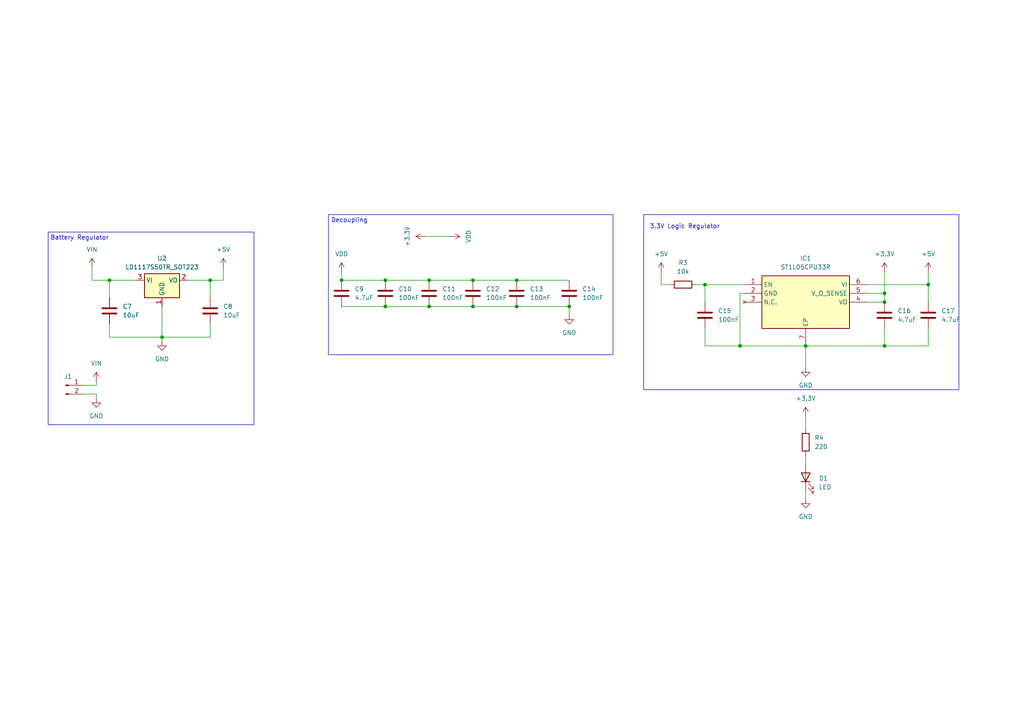
<source format=kicad_sch>
(kicad_sch (version 20231120) (generator "eeschema") (generator_version "8.0")
  (paper "A4")
  (lib_symbols
    (symbol "Connector:Conn_01x02_Pin" (pin_names (offset 1.016) hide)
      (property "Reference" "J" (at 0 2.54 0))
      (property "Value" "Conn_01x02_Pin" (at 0 -5.08 0))
      (symbol "Conn_01x02_Pin_1_1"
        (polyline (pts (xy 1.27 -2.54) (xy 0.8636 -2.54)) (stroke (width 0.1524)))
        (polyline (pts (xy 1.27 0) (xy 0.8636 0)) (stroke (width 0.1524)))
        (rectangle (start 0.8636 -2.413) (end 0 -2.667) (stroke (width 0.1524)) (fill (type outline)))
        (rectangle (start 0.8636 0.127) (end 0 -0.127) (stroke (width 0.1524)) (fill (type outline)))
        (pin passive line (at 5.08 0 180) (length 3.81) (name "Pin_1") (number "1"))
        (pin passive line (at 5.08 -2.54 180) (length 3.81) (name "Pin_2") (number "2"))
      )
    )
    (symbol "Device:C" (pin_numbers hide) (pin_names (offset 0.254))
      (property "Reference" "C" (at 0.635 2.54 0))
      (property "Value" "C" (at 0.635 -2.54 0))
      (symbol "C_0_1"
        (polyline (pts (xy -2.032 -0.762) (xy 2.032 -0.762)) (stroke (width 0.508)))
        (polyline (pts (xy -2.032 0.762) (xy 2.032 0.762)) (stroke (width 0.508)))
      )
      (symbol "C_1_1"
        (pin passive line (at 0 3.81 270) (length 2.794) (name "~") (number "1"))
        (pin passive line (at 0 -3.81 90) (length 2.794) (name "~") (number "2"))
      )
    )
    (symbol "Device:LED" (pin_numbers hide) (pin_names (offset 1.016) hide)
      (property "Reference" "D" (at 0 2.54 0))
      (property "Value" "LED" (at 0 -2.54 0))
      (symbol "LED_0_1"
        (polyline (pts (xy -1.27 -1.27) (xy -1.27 1.27)) (stroke (width 0.254)))
        (polyline (pts (xy -1.27 0) (xy 1.27 0)))
        (polyline (pts (xy 1.27 -1.27) (xy 1.27 1.27) (xy -1.27 0) (xy 1.27 -1.27)) (stroke (width 0.254)))
        (polyline (pts (xy -3.048 -0.762) (xy -4.572 -2.286) (xy -3.81 -2.286) (xy -4.572 -2.286) (xy -4.572 -1.524)))
        (polyline (pts (xy -1.778 -0.762) (xy -3.302 -2.286) (xy -2.54 -2.286) (xy -3.302 -2.286) (xy -3.302 -1.524)))
      )
      (symbol "LED_1_1"
        (pin passive line (at -3.81 0 0) (length 2.54) (name "K") (number "1"))
        (pin passive line (at 3.81 0 180) (length 2.54) (name "A") (number "2"))
      )
    )
    (symbol "Device:R" (pin_numbers hide) (pin_names (offset 0))
      (property "Reference" "R" (at 2.032 0 90))
      (property "Value" "R" (at 0 0 90))
      (symbol "R_0_1"
        (rectangle (start -1.016 -2.54) (end 1.016 2.54) (stroke (width 0.254)))
      )
      (symbol "R_1_1"
        (pin passive line (at 0 3.81 270) (length 1.27) (name "~") (number "1"))
        (pin passive line (at 0 -3.81 90) (length 1.27) (name "~") (number "2"))
      )
    )
    (symbol "Regulator_Linear:LD1117S50TR_SOT223"
      (property "Reference" "U" (at -3.81 3.175 0))
      (property "Value" "LD1117S50TR_SOT223" (at 0 3.175 0))
      (symbol "LD1117S50TR_SOT223_0_1"
        (rectangle (start -5.08 -5.08) (end 5.08 1.905) (stroke (width 0.254)) (fill (type background)))
      )
      (symbol "LD1117S50TR_SOT223_1_1"
        (pin power_in line (at 0 -7.62 90) (length 2.54) (name "GND") (number "1"))
        (pin power_out line (at 7.62 0 180) (length 2.54) (name "VO") (number "2"))
        (pin power_in line (at -7.62 0 0) (length 2.54) (name "VI") (number "3"))
      )
    )
    (symbol "VanguardLib:ST1L05CPU33R"
      (property "Reference" "IC" (at 31.75 7.62 0))
      (property "Value" "ST1L05CPU33R" (at 31.75 5.08 0))
      (symbol "ST1L05CPU33R_1_1"
        (rectangle (start 5.08 2.54) (end 30.48 -12.7) (stroke (width 0.254)) (fill (type background)))
        (pin passive line (at 0 0 0) (length 5.08) (name "EN") (number "1"))
        (pin passive line (at 0 -2.54 0) (length 5.08) (name "GND") (number "2"))
        (pin no_connect line (at 0 -5.08 0) (length 5.08) (name "N.C.") (number "3"))
        (pin passive line (at 35.56 -5.08 180) (length 5.08) (name "VO") (number "4"))
        (pin passive line (at 35.56 -2.54 180) (length 5.08) (name "V_O_SENSE") (number "5"))
        (pin passive line (at 35.56 0 180) (length 5.08) (name "VI") (number "6"))
        (pin passive line (at 17.78 -17.78 90) (length 5.08) (name "EP") (number "7"))
      )
    )
    (symbol "power:+10V" (power) (pin_numbers hide) (pin_names (offset 0) hide)
      (property "Value" "+10V" (at 0 3.556 0))
      (symbol "+10V_0_1"
        (polyline (pts (xy -0.762 1.27) (xy 0 2.54)))
        (polyline (pts (xy 0 0) (xy 0 2.54)))
        (polyline (pts (xy 0 2.54) (xy 0.762 1.27)))
      )
      (symbol "+10V_1_1"
        (pin power_in line (at 0 0 90) (length 0) (name "~") (number "1"))
      )
    )
    (symbol "power:+3.3V" (power) (pin_numbers hide) (pin_names (offset 0) hide)
      (property "Value" "+3.3V" (at 0 3.556 0))
      (symbol "+3.3V_0_1"
        (polyline (pts (xy -0.762 1.27) (xy 0 2.54)))
        (polyline (pts (xy 0 0) (xy 0 2.54)))
        (polyline (pts (xy 0 2.54) (xy 0.762 1.27)))
      )
      (symbol "+3.3V_1_1"
        (pin power_in line (at 0 0 90) (length 0) (name "~") (number "1"))
      )
    )
    (symbol "power:+5V" (power) (pin_numbers hide) (pin_names (offset 0) hide)
      (property "Value" "+5V" (at 0 3.556 0))
      (symbol "+5V_0_1"
        (polyline (pts (xy -0.762 1.27) (xy 0 2.54)))
        (polyline (pts (xy 0 0) (xy 0 2.54)))
        (polyline (pts (xy 0 2.54) (xy 0.762 1.27)))
      )
      (symbol "+5V_1_1"
        (pin power_in line (at 0 0 90) (length 0) (name "~") (number "1"))
      )
    )
    (symbol "power:GND" (power) (pin_numbers hide) (pin_names (offset 0) hide)
      (property "Value" "GND" (at 0 -3.81 0))
      (symbol "GND_0_1"
        (polyline (pts (xy 0 0) (xy 0 -1.27) (xy 1.27 -1.27) (xy 0 -2.54) (xy -1.27 -1.27) (xy 0 -1.27)))
      )
      (symbol "GND_1_1"
        (pin power_in line (at 0 0 270) (length 0) (name "~") (number "1"))
      )
    )
    (symbol "power:VDD" (power) (pin_numbers hide) (pin_names (offset 0) hide)
      (property "Value" "VDD" (at 0 3.556 0))
      (symbol "VDD_0_1"
        (polyline (pts (xy -0.762 1.27) (xy 0 2.54)))
        (polyline (pts (xy 0 0) (xy 0 2.54)))
        (polyline (pts (xy 0 2.54) (xy 0.762 1.27)))
      )
      (symbol "VDD_1_1"
        (pin power_in line (at 0 0 90) (length 0) (name "~") (number "1"))
      )
    )
  )
  (junction (at 31.75 81.28))
  (junction (at 256.54 85.09))
  (junction (at 124.46 88.9))
  (junction (at 46.99 97.79))
  (junction (at 111.76 81.28))
  (junction (at 149.86 81.28))
  (junction (at 60.96 81.28))
  (junction (at 214.63 100.33))
  (junction (at 137.16 88.9))
  (junction (at 256.54 87.63))
  (junction (at 149.86 88.9))
  (junction (at 137.16 81.28))
  (junction (at 124.46 81.28))
  (junction (at 204.47 82.55))
  (junction (at 269.24 82.55))
  (junction (at 165.1 88.9))
  (junction (at 111.76 88.9))
  (junction (at 99.06 81.28))
  (junction (at 233.68 100.33))
  (junction (at 256.54 100.33))
  (wire (pts (xy 233.68 144.78) (xy 233.68 142.24)))
  (wire (pts (xy 256.54 78.74) (xy 256.54 85.09)))
  (wire (pts (xy 124.46 81.28) (xy 137.16 81.28)))
  (wire (pts (xy 214.63 85.09) (xy 214.63 100.33)))
  (wire (pts (xy 191.77 78.74) (xy 191.77 82.55)))
  (wire (pts (xy 26.67 77.47) (xy 26.67 81.28)))
  (wire (pts (xy 256.54 87.63) (xy 256.54 85.09)))
  (wire (pts (xy 233.68 100.33) (xy 256.54 100.33)))
  (wire (pts (xy 31.75 97.79) (xy 46.99 97.79)))
  (wire (pts (xy 99.06 88.9) (xy 111.76 88.9)))
  (wire (pts (xy 137.16 88.9) (xy 149.86 88.9)))
  (wire (pts (xy 60.96 81.28) (xy 60.96 86.36)))
  (wire (pts (xy 60.96 97.79) (xy 60.96 93.98)))
  (wire (pts (xy 31.75 97.79) (xy 31.75 93.98)))
  (wire (pts (xy 60.96 81.28) (xy 64.77 81.28)))
  (wire (pts (xy 215.9 85.09) (xy 214.63 85.09)))
  (wire (pts (xy 204.47 100.33) (xy 214.63 100.33)))
  (wire (pts (xy 31.75 81.28) (xy 26.67 81.28)))
  (wire (pts (xy 137.16 81.28) (xy 149.86 81.28)))
  (wire (pts (xy 39.37 81.28) (xy 31.75 81.28)))
  (wire (pts (xy 165.1 88.9) (xy 165.1 91.44)))
  (wire (pts (xy 201.93 82.55) (xy 204.47 82.55)))
  (wire (pts (xy 27.94 114.3) (xy 27.94 115.57)))
  (wire (pts (xy 204.47 82.55) (xy 204.47 87.63)))
  (wire (pts (xy 124.46 88.9) (xy 137.16 88.9)))
  (wire (pts (xy 233.68 100.33) (xy 233.68 106.68)))
  (wire (pts (xy 24.13 111.76) (xy 27.94 111.76)))
  (wire (pts (xy 204.47 95.25) (xy 204.47 100.33)))
  (wire (pts (xy 269.24 78.74) (xy 269.24 82.55)))
  (wire (pts (xy 233.68 132.08) (xy 233.68 134.62)))
  (wire (pts (xy 204.47 82.55) (xy 215.9 82.55)))
  (wire (pts (xy 99.06 78.74) (xy 99.06 81.28)))
  (wire (pts (xy 149.86 81.28) (xy 165.1 81.28)))
  (wire (pts (xy 111.76 81.28) (xy 124.46 81.28)))
  (wire (pts (xy 251.46 85.09) (xy 256.54 85.09)))
  (wire (pts (xy 46.99 88.9) (xy 46.99 97.79)))
  (wire (pts (xy 64.77 77.47) (xy 64.77 81.28)))
  (wire (pts (xy 46.99 97.79) (xy 60.96 97.79)))
  (wire (pts (xy 46.99 99.06) (xy 46.99 97.79)))
  (wire (pts (xy 256.54 100.33) (xy 256.54 95.25)))
  (wire (pts (xy 269.24 87.63) (xy 269.24 82.55)))
  (wire (pts (xy 269.24 95.25) (xy 269.24 100.33)))
  (wire (pts (xy 149.86 88.9) (xy 165.1 88.9)))
  (wire (pts (xy 99.06 81.28) (xy 111.76 81.28)))
  (wire (pts (xy 214.63 100.33) (xy 233.68 100.33)))
  (wire (pts (xy 54.61 81.28) (xy 60.96 81.28)))
  (wire (pts (xy 191.77 82.55) (xy 194.31 82.55)))
  (wire (pts (xy 27.94 110.49) (xy 27.94 111.76)))
  (wire (pts (xy 31.75 81.28) (xy 31.75 86.36)))
  (wire (pts (xy 123.19 68.58) (xy 130.81 68.58)))
  (wire (pts (xy 269.24 100.33) (xy 256.54 100.33)))
  (wire (pts (xy 111.76 88.9) (xy 124.46 88.9)))
  (wire (pts (xy 24.13 114.3) (xy 27.94 114.3)))
  (wire (pts (xy 251.46 82.55) (xy 269.24 82.55)))
  (wire (pts (xy 233.68 120.65) (xy 233.68 124.46)))
  (wire (pts (xy 251.46 87.63) (xy 256.54 87.63)))
  (rectangle (start 186.69 62.23) (end 278.13 113.03))
  (rectangle (start 95.25 62.23) (end 177.8 102.87))
  (rectangle (start 13.97 67.31) (end 73.66 123.19))
  (text "Decoupling" (at 101.346 64.008 0) (effects (font (size 1.27 1.27))))
  (text "Battery Regulator" (at 23.114 69.088 0) (effects (font (size 1.27 1.27))))
  (text "3.3V Logic Regulator" (at 198.628 65.786 0) (effects (font (size 1.27 1.27))))
  (symbol (lib_id "Device:C") (at 60.96 90.17 0) (unit 1)
    (property "Reference" "C8" (at 64.77 88.8999 0) (effects (justify left)))
    (property "Value" "10uF" (at 64.77 91.4399 0) (effects (justify left)))
    (property "Footprint" "Capacitor_SMD:C_0402_1005Metric" (effects (hide yes)))
    (property "Description" "Unpolarized capacitor" (effects (hide yes)))
  )
  (symbol (lib_id "Device:LED") (at 233.68 138.43 90) (unit 1)
    (property "Reference" "D1" (at 237.49 138.7474 90) (effects (justify right)))
    (property "Value" "LED" (at 237.49 141.2874 90) (effects (justify right)))
    (property "Footprint" "LED_SMD:LED_0603_1608Metric" (effects (hide yes)))
    (property "Description" "Light emitting diode" (effects (hide yes)))
  )
  (symbol (lib_id "power:GND") (at 165.1 91.44 0) (unit 1)
    (property "Reference" "#PWR018" (effects (hide yes)))
    (property "Value" "GND" (at 165.1 96.52 0))
    (property "Description" "Power symbol creates a global label with name \"GND\" , ground" (effects (hide yes)))
  )
  (symbol (lib_id "power:+3.3V") (at 233.68 120.65 0) (unit 1)
    (property "Reference" "#PWR022" (effects (hide yes)))
    (property "Value" "+3.3V" (at 233.68 115.57 0))
    (property "Description" "Power symbol creates a global label with name \"+3.3V\"" (effects (hide yes)))
  )
  (symbol (lib_id "VanguardLib:ST1L05CPU33R") (at 215.9 82.55 0) (unit 1)
    (property "Reference" "IC1" (at 233.68 74.93 0))
    (property "Value" "ST1L05CPU33R" (at 233.68 77.47 0))
    (property "Footprint" "VanguardLib:SON95P300X300X100-7N-D" (effects (hide yes)))
    (property "Datasheet" "https://www.mouser.de/datasheet/2/389/st1l05-974244.pdf" (effects (hide yes)))
    (property "Description" "LDO Voltage Regulators Low Quiescent BiCMOS Voltage Regulator" (effects (hide yes)))
    (property "Height" "1" (effects (hide yes)))
    (property "Manufacturer_Name" "STMicroelectronics" (effects (hide yes)))
    (property "Manufacturer_Part_Number" "ST1L05CPU33R" (effects (hide yes)))
    (property "Mouser Part Number" "511-ST1L05CPU33R" (effects (hide yes)))
    (property "Mouser Price/Stock" "https://www.mouser.co.uk/ProductDetail/STMicroelectronics/ST1L05CPU33R?qs=J6yVZnuyYCM7Ijtp87hQ4A%3D%3D" (effects (hide yes)))
    (property "Arrow Part Number" "ST1L05CPU33R" (effects (hide yes)))
    (property "Arrow Price/Stock" "https://www.arrow.com/en/products/st1l05cpu33r/stmicroelectronics?utm_currency=USD&region=nac" (effects (hide yes)))
  )
  (symbol (lib_id "power:+3.3V") (at 123.19 68.58 90) (unit 1)
    (property "Reference" "#PWR016" (effects (hide yes)))
    (property "Value" "+3.3V" (at 118.11 68.58 0))
    (property "Description" "Power symbol creates a global label with name \"+3.3V\"" (effects (hide yes)))
  )
  (symbol (lib_id "Regulator_Linear:LD1117S50TR_SOT223") (at 46.99 81.28 0) (unit 1)
    (property "Reference" "U2" (at 46.99 74.93 0))
    (property "Value" "LD1117S50TR_SOT223" (at 46.99 77.47 0))
    (property "Footprint" "Package_TO_SOT_SMD:SOT-223-3_TabPin2" (effects (hide yes)))
    (property "Datasheet" "http://www.st.com/st-web-ui/static/active/en/resource/technical/document/datasheet/CD00000544.pdf" (effects (hide yes)))
    (property "Description" "800mA Fixed Low Drop Positive Voltage Regulator, Fixed Output 5.0V, SOT-223" (effects (hide yes)))
  )
  (symbol (lib_id "Device:C") (at 137.16 85.09 0) (unit 1)
    (property "Reference" "C12" (at 140.97 83.8199 0) (effects (justify left)))
    (property "Value" "100nF" (at 140.97 86.3599 0) (effects (justify left)))
    (property "Footprint" "Capacitor_SMD:C_0402_1005Metric" (effects (hide yes)))
    (property "Description" "Unpolarized capacitor" (effects (hide yes)))
  )
  (symbol (lib_id "power:GND") (at 233.68 106.68 0) (unit 1)
    (property "Reference" "#PWR020" (effects (hide yes)))
    (property "Value" "GND" (at 233.68 111.76 0))
    (property "Description" "Power symbol creates a global label with name \"GND\" , ground" (effects (hide yes)))
  )
  (symbol (lib_id "power:GND") (at 27.94 115.57 0) (unit 1)
    (property "Reference" "#PWR012" (effects (hide yes)))
    (property "Value" "GND" (at 27.94 120.65 0))
    (property "Description" "Power symbol creates a global label with name \"GND\" , ground" (effects (hide yes)))
  )
  (symbol (lib_id "Device:C") (at 149.86 85.09 0) (unit 1)
    (property "Reference" "C13" (at 153.67 83.8199 0) (effects (justify left)))
    (property "Value" "100nF" (at 153.67 86.3599 0) (effects (justify left)))
    (property "Footprint" "Capacitor_SMD:C_0402_1005Metric" (effects (hide yes)))
    (property "Description" "Unpolarized capacitor" (effects (hide yes)))
  )
  (symbol (lib_id "power:GND") (at 46.99 99.06 0) (unit 1)
    (property "Reference" "#PWR013" (effects (hide yes)))
    (property "Value" "GND" (at 46.99 104.14 0))
    (property "Description" "Power symbol creates a global label with name \"GND\" , ground" (effects (hide yes)))
  )
  (symbol (lib_id "power:+5V") (at 191.77 78.74 0) (unit 1)
    (property "Reference" "#PWR019" (effects (hide yes)))
    (property "Value" "+5V" (at 191.77 73.66 0))
    (property "Description" "Power symbol creates a global label with name \"+5V\"" (effects (hide yes)))
  )
  (symbol (lib_id "power:+10V") (at 26.67 77.47 0) (unit 1)
    (property "Reference" "#PWR010" (effects (hide yes)))
    (property "Value" "VIN" (at 26.67 72.39 0))
    (property "Description" "Power symbol creates a global label with name \"+10V\"" (effects (hide yes)))
  )
  (symbol (lib_id "power:VDD") (at 130.81 68.58 270) (unit 1)
    (property "Reference" "#PWR017" (effects (hide yes)))
    (property "Value" "VDD" (at 135.89 68.58 0))
    (property "Description" "Power symbol creates a global label with name \"VDD\"" (effects (hide yes)))
  )
  (symbol (lib_id "power:+10V") (at 27.94 110.49 0) (unit 1)
    (property "Reference" "#PWR011" (effects (hide yes)))
    (property "Value" "VIN" (at 27.94 105.41 0))
    (property "Description" "Power symbol creates a global label with name \"+10V\"" (effects (hide yes)))
  )
  (symbol (lib_id "Device:C") (at 165.1 85.09 0) (unit 1)
    (property "Reference" "C14" (at 168.91 83.8199 0) (effects (justify left)))
    (property "Value" "100nF" (at 168.91 86.3599 0) (effects (justify left)))
    (property "Footprint" "Capacitor_SMD:C_0402_1005Metric" (effects (hide yes)))
    (property "Description" "Unpolarized capacitor" (effects (hide yes)))
  )
  (symbol (lib_id "Device:C") (at 124.46 85.09 0) (unit 1)
    (property "Reference" "C11" (at 128.27 83.8199 0) (effects (justify left)))
    (property "Value" "100nF" (at 128.27 86.3599 0) (effects (justify left)))
    (property "Footprint" "Capacitor_SMD:C_0402_1005Metric" (effects (hide yes)))
    (property "Description" "Unpolarized capacitor" (effects (hide yes)))
  )
  (symbol (lib_id "Device:C") (at 256.54 91.44 0) (unit 1)
    (property "Reference" "C16" (at 260.35 90.1699 0) (effects (justify left)))
    (property "Value" "4.7uF" (at 260.35 92.7099 0) (effects (justify left)))
    (property "Footprint" "Capacitor_SMD:C_0402_1005Metric" (effects (hide yes)))
    (property "Description" "Unpolarized capacitor" (effects (hide yes)))
  )
  (symbol (lib_id "Device:C") (at 269.24 91.44 0) (unit 1)
    (property "Reference" "C17" (at 273.05 90.1699 0) (effects (justify left)))
    (property "Value" "4.7uF" (at 273.05 92.7099 0) (effects (justify left)))
    (property "Footprint" "Capacitor_SMD:C_0402_1005Metric" (effects (hide yes)))
    (property "Description" "Unpolarized capacitor" (effects (hide yes)))
  )
  (symbol (lib_id "Device:R") (at 198.12 82.55 90) (unit 1)
    (property "Reference" "R3" (at 198.12 76.2 90))
    (property "Value" "10k" (at 198.12 78.74 90))
    (property "Footprint" "Resistor_SMD:R_0402_1005Metric" (effects (hide yes)))
    (property "Description" "Resistor" (effects (hide yes)))
  )
  (symbol (lib_id "Device:C") (at 31.75 90.17 0) (unit 1)
    (property "Reference" "C7" (at 35.56 88.8999 0) (effects (justify left)))
    (property "Value" "10uF" (at 35.56 91.4399 0) (effects (justify left)))
    (property "Footprint" "Capacitor_SMD:C_0402_1005Metric" (effects (hide yes)))
    (property "Description" "Unpolarized capacitor" (effects (hide yes)))
  )
  (symbol (lib_id "power:GND") (at 233.68 144.78 0) (unit 1)
    (property "Reference" "#PWR023" (effects (hide yes)))
    (property "Value" "GND" (at 233.68 149.86 0))
    (property "Description" "Power symbol creates a global label with name \"GND\" , ground" (effects (hide yes)))
  )
  (symbol (lib_id "Device:C") (at 99.06 85.09 0) (unit 1)
    (property "Reference" "C9" (at 102.87 83.8199 0) (effects (justify left)))
    (property "Value" "4.7uF" (at 102.87 86.3599 0) (effects (justify left)))
    (property "Footprint" "Capacitor_SMD:C_0402_1005Metric" (effects (hide yes)))
    (property "Description" "Unpolarized capacitor" (effects (hide yes)))
  )
  (symbol (lib_id "power:+3.3V") (at 256.54 78.74 0) (unit 1)
    (property "Reference" "#PWR021" (effects (hide yes)))
    (property "Value" "+3.3V" (at 256.54 73.66 0))
    (property "Description" "Power symbol creates a global label with name \"+3.3V\"" (effects (hide yes)))
  )
  (symbol (lib_id "power:VDD") (at 99.06 78.74 0) (unit 1)
    (property "Reference" "#PWR015" (effects (hide yes)))
    (property "Value" "VDD" (at 99.06 73.66 0))
    (property "Description" "Power symbol creates a global label with name \"VDD\"" (effects (hide yes)))
  )
  (symbol (lib_id "power:+5V") (at 269.24 78.74 0) (unit 1)
    (property "Reference" "#PWR024" (effects (hide yes)))
    (property "Value" "+5V" (at 269.24 73.66 0))
    (property "Description" "Power symbol creates a global label with name \"+5V\"" (effects (hide yes)))
  )
  (symbol (lib_id "Device:C") (at 204.47 91.44 0) (unit 1)
    (property "Reference" "C15" (at 208.28 90.1699 0) (effects (justify left)))
    (property "Value" "100nF" (at 208.28 92.7099 0) (effects (justify left)))
    (property "Footprint" "Capacitor_SMD:C_0402_1005Metric" (effects (hide yes)))
    (property "Description" "Unpolarized capacitor" (effects (hide yes)))
  )
  (symbol (lib_id "Device:R") (at 233.68 128.27 0) (unit 1)
    (property "Reference" "R4" (at 236.22 126.9999 0) (effects (justify left)))
    (property "Value" "220" (at 236.22 129.5399 0) (effects (justify left)))
    (property "Footprint" "Resistor_SMD:R_0402_1005Metric" (effects (hide yes)))
    (property "Description" "Resistor" (effects (hide yes)))
  )
  (symbol (lib_id "Device:C") (at 111.76 85.09 0) (unit 1)
    (property "Reference" "C10" (at 115.57 83.8199 0) (effects (justify left)))
    (property "Value" "100nF" (at 115.57 86.3599 0) (effects (justify left)))
    (property "Footprint" "Capacitor_SMD:C_0402_1005Metric" (effects (hide yes)))
    (property "Description" "Unpolarized capacitor" (effects (hide yes)))
  )
  (symbol (lib_id "Connector:Conn_01x02_Pin") (at 19.05 111.76 0) (unit 1)
    (property "Reference" "J1" (at 19.685 109.22 0))
    (property "Value" "Conn_01x02_Pin" (effects (hide yes)))
    (property "Footprint" "Connector_PinHeader_2.54mm:PinHeader_1x02_P2.54mm_Vertical" (effects (hide yes)))
    (property "Description" "Generic connector, single row, 01x02, script generated" (effects (hide yes)))
  )
  (symbol (lib_id "power:+5V") (at 64.77 77.47 0) (unit 1)
    (property "Reference" "#PWR014" (effects (hide yes)))
    (property "Value" "+5V" (at 64.77 72.39 0))
    (property "Description" "Power symbol creates a global label with name \"+5V\"" (effects (hide yes)))
  )
)
</source>
